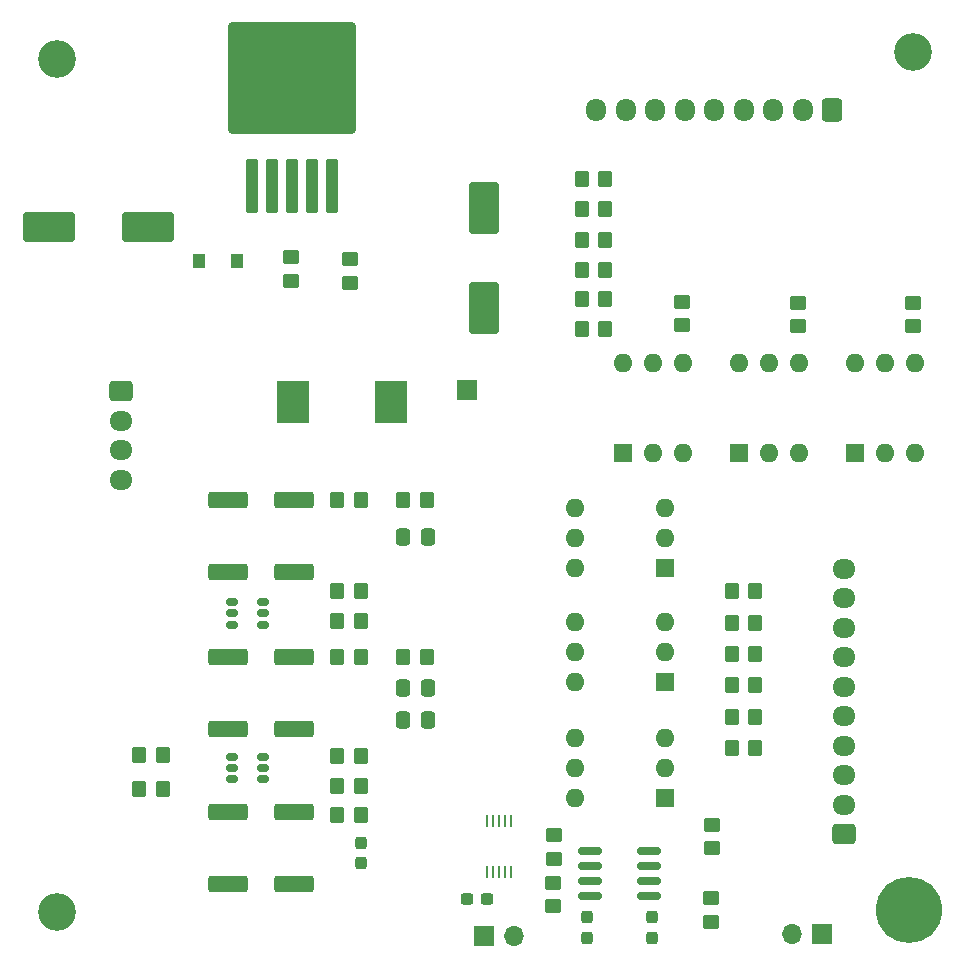
<source format=gbr>
%TF.GenerationSoftware,KiCad,Pcbnew,8.0.4*%
%TF.CreationDate,2024-12-25T17:02:42+05:30*%
%TF.ProjectId,BMS,424d532e-6b69-4636-9164-5f7063625858,rev?*%
%TF.SameCoordinates,Original*%
%TF.FileFunction,Soldermask,Top*%
%TF.FilePolarity,Negative*%
%FSLAX46Y46*%
G04 Gerber Fmt 4.6, Leading zero omitted, Abs format (unit mm)*
G04 Created by KiCad (PCBNEW 8.0.4) date 2024-12-25 17:02:42*
%MOMM*%
%LPD*%
G01*
G04 APERTURE LIST*
G04 Aperture macros list*
%AMRoundRect*
0 Rectangle with rounded corners*
0 $1 Rounding radius*
0 $2 $3 $4 $5 $6 $7 $8 $9 X,Y pos of 4 corners*
0 Add a 4 corners polygon primitive as box body*
4,1,4,$2,$3,$4,$5,$6,$7,$8,$9,$2,$3,0*
0 Add four circle primitives for the rounded corners*
1,1,$1+$1,$2,$3*
1,1,$1+$1,$4,$5*
1,1,$1+$1,$6,$7*
1,1,$1+$1,$8,$9*
0 Add four rect primitives between the rounded corners*
20,1,$1+$1,$2,$3,$4,$5,0*
20,1,$1+$1,$4,$5,$6,$7,0*
20,1,$1+$1,$6,$7,$8,$9,0*
20,1,$1+$1,$8,$9,$2,$3,0*%
G04 Aperture macros list end*
%ADD10RoundRect,0.237500X-0.237500X0.300000X-0.237500X-0.300000X0.237500X-0.300000X0.237500X0.300000X0*%
%ADD11C,3.200000*%
%ADD12R,1.600000X1.600000*%
%ADD13O,1.600000X1.600000*%
%ADD14RoundRect,0.250000X1.000000X-1.950000X1.000000X1.950000X-1.000000X1.950000X-1.000000X-1.950000X0*%
%ADD15RoundRect,0.250000X0.350000X0.450000X-0.350000X0.450000X-0.350000X-0.450000X0.350000X-0.450000X0*%
%ADD16RoundRect,0.250000X-0.350000X-0.450000X0.350000X-0.450000X0.350000X0.450000X-0.350000X0.450000X0*%
%ADD17R,2.700000X3.600000*%
%ADD18RoundRect,0.249999X-1.425001X0.450001X-1.425001X-0.450001X1.425001X-0.450001X1.425001X0.450001X0*%
%ADD19RoundRect,0.250000X-1.950000X-1.000000X1.950000X-1.000000X1.950000X1.000000X-1.950000X1.000000X0*%
%ADD20RoundRect,0.250000X0.450000X-0.350000X0.450000X0.350000X-0.450000X0.350000X-0.450000X-0.350000X0*%
%ADD21RoundRect,0.237500X0.300000X0.237500X-0.300000X0.237500X-0.300000X-0.237500X0.300000X-0.237500X0*%
%ADD22RoundRect,0.150000X0.825000X0.150000X-0.825000X0.150000X-0.825000X-0.150000X0.825000X-0.150000X0*%
%ADD23R,1.041400X1.193800*%
%ADD24RoundRect,0.175000X-0.325000X-0.175000X0.325000X-0.175000X0.325000X0.175000X-0.325000X0.175000X0*%
%ADD25RoundRect,0.250000X-0.337500X-0.475000X0.337500X-0.475000X0.337500X0.475000X-0.337500X0.475000X0*%
%ADD26R,1.700000X1.700000*%
%ADD27RoundRect,0.250000X-0.725000X0.600000X-0.725000X-0.600000X0.725000X-0.600000X0.725000X0.600000X0*%
%ADD28O,1.950000X1.700000*%
%ADD29C,5.600000*%
%ADD30RoundRect,0.250000X-0.450000X0.350000X-0.450000X-0.350000X0.450000X-0.350000X0.450000X0.350000X0*%
%ADD31RoundRect,0.250000X0.725000X-0.600000X0.725000X0.600000X-0.725000X0.600000X-0.725000X-0.600000X0*%
%ADD32RoundRect,0.250000X0.300000X-2.050000X0.300000X2.050000X-0.300000X2.050000X-0.300000X-2.050000X0*%
%ADD33RoundRect,0.250002X5.149998X-4.449998X5.149998X4.449998X-5.149998X4.449998X-5.149998X-4.449998X0*%
%ADD34R,0.250000X1.100000*%
%ADD35RoundRect,0.250000X0.600000X0.725000X-0.600000X0.725000X-0.600000X-0.725000X0.600000X-0.725000X0*%
%ADD36O,1.700000X1.950000*%
%ADD37O,1.700000X1.700000*%
G04 APERTURE END LIST*
D10*
%TO.C,C8*%
X160700000Y-130737500D03*
X160700000Y-132462500D03*
%TD*%
D11*
%TO.C,H2*%
X115900000Y-130300000D03*
%TD*%
D12*
%TO.C,U13*%
X173575000Y-91400000D03*
D13*
X176115000Y-91400000D03*
X178655000Y-91400000D03*
X178655000Y-83780000D03*
X176115000Y-83780000D03*
X173575000Y-83780000D03*
%TD*%
D14*
%TO.C,C3*%
X152004200Y-79114200D03*
X152004200Y-70714200D03*
%TD*%
D15*
%TO.C,R10*%
X124800000Y-116950000D03*
X122800000Y-116950000D03*
%TD*%
D16*
%TO.C,R15*%
X139600000Y-117100000D03*
X141600000Y-117100000D03*
%TD*%
%TO.C,R5*%
X139600000Y-108700000D03*
X141600000Y-108700000D03*
%TD*%
D12*
%TO.C,U12*%
X163775000Y-91400000D03*
D13*
X166315000Y-91400000D03*
X168855000Y-91400000D03*
X168855000Y-83780000D03*
X166315000Y-83780000D03*
X163775000Y-83780000D03*
%TD*%
D17*
%TO.C,L1*%
X135824200Y-87064200D03*
X144124200Y-87064200D03*
%TD*%
D16*
%TO.C,R8*%
X145170000Y-95400000D03*
X147170000Y-95400000D03*
%TD*%
%TO.C,R42*%
X160300000Y-70800000D03*
X162300000Y-70800000D03*
%TD*%
D18*
%TO.C,R3*%
X135900000Y-121850000D03*
X135900000Y-127950000D03*
%TD*%
D19*
%TO.C,C1*%
X115184200Y-72264200D03*
X123584200Y-72264200D03*
%TD*%
D10*
%TO.C,C9*%
X166200000Y-130737500D03*
X166200000Y-132462500D03*
%TD*%
D16*
%TO.C,R14*%
X139600000Y-122100000D03*
X141600000Y-122100000D03*
%TD*%
D18*
%TO.C,R4*%
X130300000Y-95400000D03*
X130300000Y-101500000D03*
%TD*%
D20*
%TO.C,R24*%
X171300000Y-124900000D03*
X171300000Y-122900000D03*
%TD*%
D11*
%TO.C,H3*%
X188300000Y-57500000D03*
%TD*%
D18*
%TO.C,R25*%
X130300000Y-108650000D03*
X130300000Y-114750000D03*
%TD*%
D16*
%TO.C,R18*%
X139600000Y-105600000D03*
X141600000Y-105600000D03*
%TD*%
D21*
%TO.C,C7*%
X152300000Y-129200000D03*
X150575000Y-129200000D03*
%TD*%
D12*
%TO.C,U6*%
X167300000Y-120640000D03*
D13*
X167300000Y-118100000D03*
X167300000Y-115560000D03*
X159680000Y-115560000D03*
X159680000Y-118100000D03*
X159680000Y-120640000D03*
%TD*%
D11*
%TO.C,H1*%
X115900000Y-58100000D03*
%TD*%
D22*
%TO.C,U7*%
X165975000Y-128905000D03*
X165975000Y-127635000D03*
X165975000Y-126365000D03*
X165975000Y-125095000D03*
X161025000Y-125095000D03*
X161025000Y-126365000D03*
X161025000Y-127635000D03*
X161025000Y-128905000D03*
%TD*%
D20*
%TO.C,R43*%
X168800000Y-80600000D03*
X168800000Y-78600000D03*
%TD*%
D23*
%TO.C,D1*%
X131100000Y-75144200D03*
X127874200Y-75144200D03*
%TD*%
D16*
%TO.C,R37*%
X160300000Y-80900000D03*
X162300000Y-80900000D03*
%TD*%
%TO.C,R6*%
X145170000Y-108700000D03*
X147170000Y-108700000D03*
%TD*%
D24*
%TO.C,Q3*%
X130700000Y-117150000D03*
X130700000Y-118100000D03*
X130700000Y-119050000D03*
X133300000Y-119050000D03*
X133300000Y-118100000D03*
X133300000Y-117150000D03*
%TD*%
D20*
%TO.C,R13*%
X135664200Y-76824200D03*
X135664200Y-74824200D03*
%TD*%
D25*
%TO.C,C2*%
X145162500Y-111335000D03*
X147237500Y-111335000D03*
%TD*%
D16*
%TO.C,R16*%
X139600000Y-119600000D03*
X141600000Y-119600000D03*
%TD*%
D26*
%TO.C,J11*%
X150564200Y-86064200D03*
%TD*%
D27*
%TO.C,J1*%
X121300000Y-86200000D03*
D28*
X121300000Y-88700000D03*
X121300000Y-91200000D03*
X121300000Y-93700000D03*
%TD*%
D20*
%TO.C,R45*%
X188300000Y-80700000D03*
X188300000Y-78700000D03*
%TD*%
D25*
%TO.C,C4*%
X145162500Y-98500000D03*
X147237500Y-98500000D03*
%TD*%
D16*
%TO.C,R48*%
X173000000Y-103120000D03*
X175000000Y-103120000D03*
%TD*%
%TO.C,R7*%
X139600000Y-95400000D03*
X141600000Y-95400000D03*
%TD*%
D25*
%TO.C,C5*%
X145162500Y-114000000D03*
X147237500Y-114000000D03*
%TD*%
D29*
%TO.C,H4*%
X188000000Y-130100000D03*
%TD*%
D18*
%TO.C,R1*%
X135900000Y-95400000D03*
X135900000Y-101500000D03*
%TD*%
D30*
%TO.C,R23*%
X171200000Y-129100000D03*
X171200000Y-131100000D03*
%TD*%
D16*
%TO.C,R39*%
X160300000Y-75900000D03*
X162300000Y-75900000D03*
%TD*%
%TO.C,R40*%
X160300000Y-73400000D03*
X162300000Y-73400000D03*
%TD*%
%TO.C,R11*%
X173000000Y-116420000D03*
X175000000Y-116420000D03*
%TD*%
%TO.C,R38*%
X160300000Y-78400000D03*
X162300000Y-78400000D03*
%TD*%
D30*
%TO.C,R21*%
X157900000Y-127800000D03*
X157900000Y-129800000D03*
%TD*%
D20*
%TO.C,R44*%
X178600000Y-80700000D03*
X178600000Y-78700000D03*
%TD*%
D16*
%TO.C,R17*%
X139600000Y-103100000D03*
X141600000Y-103100000D03*
%TD*%
D15*
%TO.C,R9*%
X124800000Y-119900000D03*
X122800000Y-119900000D03*
%TD*%
D16*
%TO.C,R47*%
X173000000Y-105780000D03*
X175000000Y-105780000D03*
%TD*%
D12*
%TO.C,U14*%
X183420000Y-91400000D03*
D13*
X185960000Y-91400000D03*
X188500000Y-91400000D03*
X188500000Y-83780000D03*
X185960000Y-83780000D03*
X183420000Y-83780000D03*
%TD*%
D31*
%TO.C,J2*%
X182500000Y-123700000D03*
D28*
X182500000Y-121200000D03*
X182500000Y-118700000D03*
X182500000Y-116200000D03*
X182500000Y-113700000D03*
X182500000Y-111200000D03*
X182500000Y-108700000D03*
X182500000Y-106200000D03*
X182500000Y-103700000D03*
X182500000Y-101200000D03*
%TD*%
D16*
%TO.C,R20*%
X173000000Y-111100000D03*
X175000000Y-111100000D03*
%TD*%
D32*
%TO.C,U1*%
X132339200Y-68829200D03*
X134039200Y-68829200D03*
X135739200Y-68829200D03*
D33*
X135739200Y-59679200D03*
D32*
X137439200Y-68829200D03*
X139139200Y-68829200D03*
%TD*%
D34*
%TO.C,U3*%
X154300000Y-122600000D03*
X153800000Y-122600000D03*
X153300000Y-122600000D03*
X152800000Y-122600000D03*
X152300000Y-122600000D03*
X152300000Y-126900000D03*
X152800000Y-126900000D03*
X153300000Y-126900000D03*
X153800000Y-126900000D03*
X154300000Y-126900000D03*
%TD*%
D16*
%TO.C,R46*%
X173000000Y-108440000D03*
X175000000Y-108440000D03*
%TD*%
D18*
%TO.C,R2*%
X135900000Y-108650000D03*
X135900000Y-114750000D03*
%TD*%
D35*
%TO.C,J7*%
X181500000Y-62400000D03*
D36*
X179000000Y-62400000D03*
X176500000Y-62400000D03*
X174000000Y-62400000D03*
X171500000Y-62400000D03*
X169000000Y-62400000D03*
X166500000Y-62400000D03*
X164000000Y-62400000D03*
X161500000Y-62400000D03*
%TD*%
D12*
%TO.C,U5*%
X167300000Y-110840000D03*
D13*
X167300000Y-108300000D03*
X167300000Y-105760000D03*
X159680000Y-105760000D03*
X159680000Y-108300000D03*
X159680000Y-110840000D03*
%TD*%
D24*
%TO.C,Q2*%
X130700000Y-104050000D03*
X130700000Y-105000000D03*
X130700000Y-105950000D03*
X133300000Y-105950000D03*
X133300000Y-105000000D03*
X133300000Y-104050000D03*
%TD*%
D30*
%TO.C,R12*%
X140664200Y-75024200D03*
X140664200Y-77024200D03*
%TD*%
D10*
%TO.C,C6*%
X141600000Y-124400000D03*
X141600000Y-126125000D03*
%TD*%
D20*
%TO.C,R22*%
X157925000Y-125800000D03*
X157925000Y-123800000D03*
%TD*%
D16*
%TO.C,R19*%
X173000000Y-113760000D03*
X175000000Y-113760000D03*
%TD*%
%TO.C,R41*%
X160300000Y-68200000D03*
X162300000Y-68200000D03*
%TD*%
D18*
%TO.C,R26*%
X130300000Y-121850000D03*
X130300000Y-127950000D03*
%TD*%
D12*
%TO.C,U4*%
X167300000Y-101115000D03*
D13*
X167300000Y-98575000D03*
X167300000Y-96035000D03*
X159680000Y-96035000D03*
X159680000Y-98575000D03*
X159680000Y-101115000D03*
%TD*%
D26*
%TO.C,J8*%
X152025000Y-132300000D03*
D37*
X154565000Y-132300000D03*
%TD*%
D26*
%TO.C,J3*%
X180675000Y-132100000D03*
D37*
X178135000Y-132100000D03*
%TD*%
M02*

</source>
